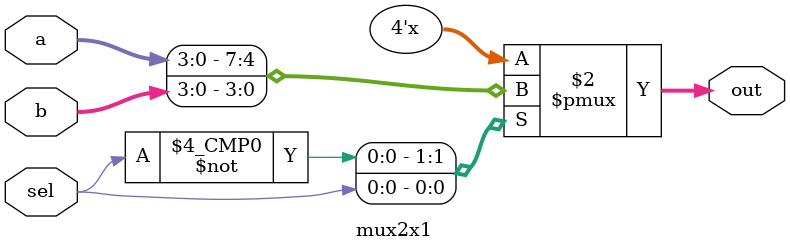
<source format=v>
`timescale 1ns / 1ps
module mux2x1(a,b,out,sel);
input [3:0]a;
input [3:0]b;
output reg [3:0]out;
input sel;
always @ *
begin
case (sel)
1'b0: begin out=a; end
1'b1: begin out=b; end
endcase
end
endmodule
</source>
